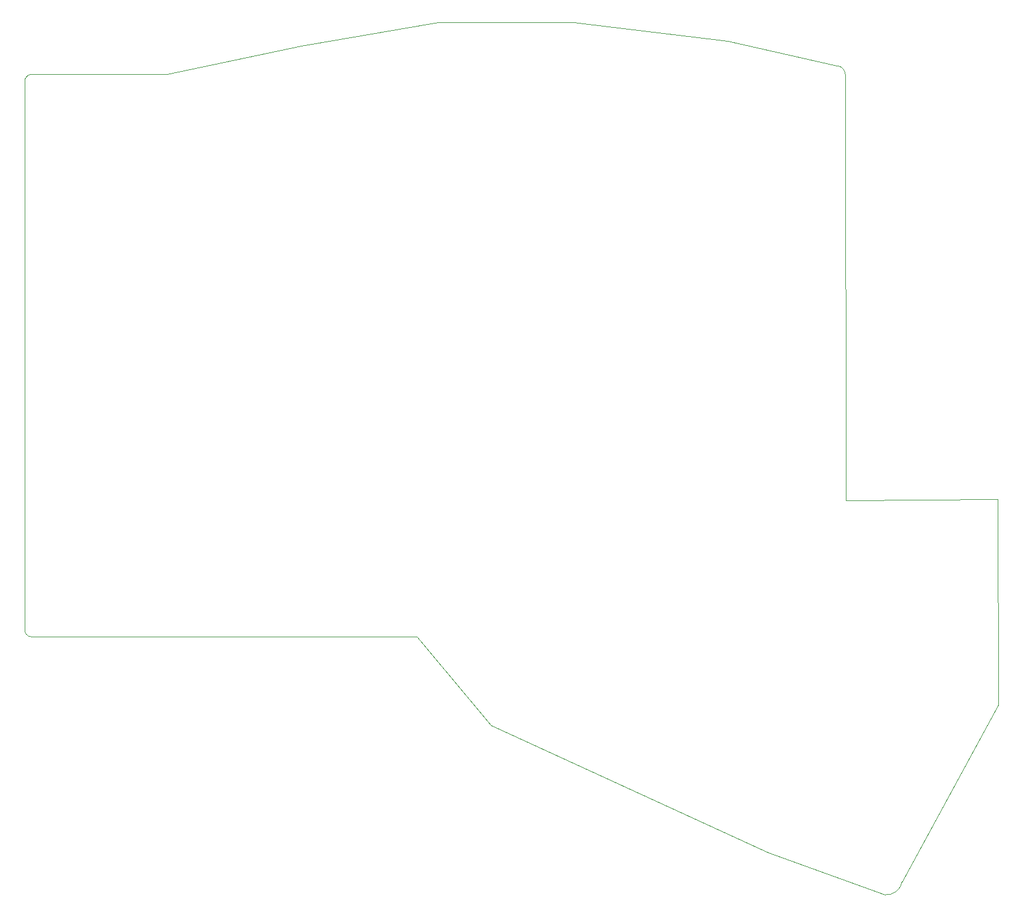
<source format=gbr>
%TF.GenerationSoftware,KiCad,Pcbnew,7.0.10*%
%TF.CreationDate,2024-03-21T20:23:33+01:00*%
%TF.ProjectId,duosync,64756f73-796e-4632-9e6b-696361645f70,rev?*%
%TF.SameCoordinates,Original*%
%TF.FileFunction,Profile,NP*%
%FSLAX46Y46*%
G04 Gerber Fmt 4.6, Leading zero omitted, Abs format (unit mm)*
G04 Created by KiCad (PCBNEW 7.0.10) date 2024-03-21 20:23:33*
%MOMM*%
%LPD*%
G01*
G04 APERTURE LIST*
%TA.AperFunction,Profile*%
%ADD10C,0.100000*%
%TD*%
G04 APERTURE END LIST*
D10*
X82993903Y-111836100D02*
G75*
G03*
X83893900Y-112936097I999997J-100000D01*
G01*
X219793900Y-122436100D02*
X219693900Y-93636100D01*
X197093900Y-32736100D02*
X181793900Y-29236100D01*
X83893900Y-112936100D02*
X132293900Y-112936100D01*
X160093900Y-26636100D02*
X141093900Y-26636100D01*
X219693900Y-93636100D02*
X198393900Y-93736100D01*
X132293900Y-112936100D02*
X137293900Y-112936100D01*
X102993900Y-33936100D02*
X83993900Y-33936100D01*
X82993900Y-34936100D02*
X82993901Y-111836100D01*
X138093900Y-112936100D02*
X137293900Y-112936100D01*
X198393900Y-93736100D02*
X198293900Y-33936100D01*
X187493900Y-143236100D02*
X203891456Y-149162984D01*
X121893900Y-29936100D02*
X102993900Y-33936100D01*
X141093900Y-26636100D02*
X121893900Y-29936100D01*
X148493900Y-125336100D02*
X187493900Y-143236100D01*
X203891456Y-149162983D02*
G75*
G03*
X206293898Y-147336100I202444J2226883D01*
G01*
X83993900Y-33936100D02*
G75*
G03*
X82993900Y-34936100I0J-1000000D01*
G01*
X206293900Y-147336100D02*
X219793900Y-122436100D01*
X181793900Y-29236100D02*
X160093900Y-26636100D01*
X198293900Y-33936100D02*
G75*
G03*
X197093900Y-32736100I-1200000J0D01*
G01*
X148493900Y-125336100D02*
X138093900Y-112936100D01*
M02*

</source>
